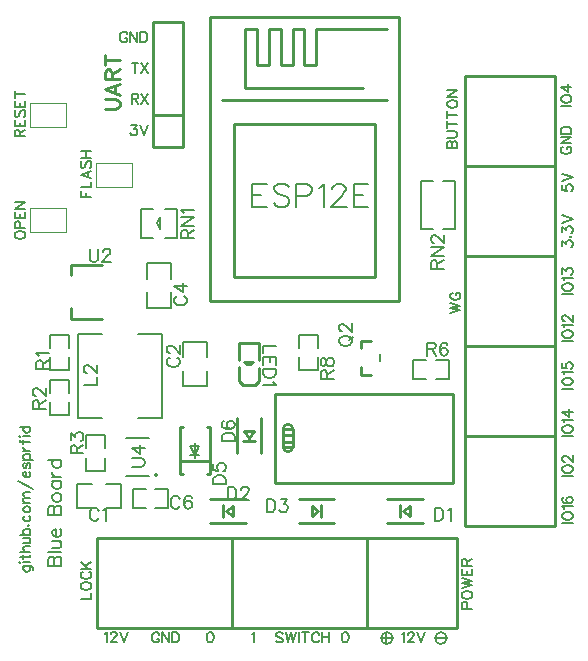
<source format=gto>
G04 Layer: TopSilkLayer*
G04 EasyEDA v6.3.22, 2020-01-08T21:12:26+01:00*
G04 b28a7935c23a4a24a3ae34985d5a7298,2d2f38d6ccaf4c36845c7e91a662877a,10*
G04 Gerber Generator version 0.2*
G04 Scale: 100 percent, Rotated: No, Reflected: No *
G04 Dimensions in millimeters *
G04 leading zeros omitted , absolute positions ,3 integer and 3 decimal *
%FSLAX33Y33*%
%MOMM*%
G90*
G71D02*

%ADD10C,0.254000*%
%ADD40C,0.100000*%
%ADD41C,0.200000*%
%ADD42C,0.150114*%
%ADD43C,0.152400*%
%ADD44C,0.127000*%
%ADD45C,0.149987*%
%ADD46C,0.199898*%
%ADD47C,0.203200*%
%ADD48C,0.177800*%
%ADD49C,0.229997*%

%LPD*%
G54D40*
G01X10668Y41402D02*
G01X10668Y39370D01*
G01X7620Y39370D01*
G01X7620Y41402D01*
G01X10668Y41402D01*
G54D10*
G01X17272Y29720D02*
G01X33271Y29720D01*
G01X33271Y29720D02*
G01X33271Y53721D01*
G01X33271Y53721D02*
G01X17272Y53721D01*
G01X17272Y29720D01*
G01X18272Y46720D02*
G01X32270Y46720D01*
G01X30271Y47718D02*
G01X20271Y47718D01*
G01X20271Y52720D01*
G01X21272Y52720D01*
G01X21272Y49720D01*
G01X22270Y49720D01*
G01X22270Y52720D01*
G01X23271Y52720D01*
G01X23271Y49720D01*
G01X24272Y49720D01*
G01X24272Y52720D01*
G01X25273Y52720D01*
G01X25273Y49720D01*
G01X26271Y49720D01*
G01X26271Y52720D01*
G01X32270Y52720D01*
G01X19271Y44719D02*
G01X19271Y31719D01*
G01X31272Y31719D01*
G01X31272Y44719D01*
G01X19271Y44719D01*
G01X22826Y21784D02*
G01X37825Y21784D01*
G01X22805Y21784D02*
G01X22805Y14283D01*
G01X22805Y14283D02*
G01X37805Y14283D01*
G01X37836Y21784D02*
G01X37836Y14283D01*
G01X23466Y18844D02*
G01X23466Y17374D01*
G01X24306Y18844D02*
G01X24306Y17374D01*
G01X23496Y18844D02*
G01X24246Y18844D01*
G01X23496Y18363D02*
G01X24276Y18363D01*
G01X23466Y17763D02*
G01X24246Y17763D01*
G01X24276Y17793D01*
G01X23496Y17313D02*
G01X23496Y17343D01*
G01X24276Y17343D01*
G54D40*
G01X5080Y46482D02*
G01X5080Y44450D01*
G01X2032Y44450D01*
G01X2032Y46482D01*
G01X5080Y46482D01*
G54D10*
G01X12446Y42706D02*
G01X12446Y53305D01*
G01X12446Y53305D02*
G01X14986Y53305D01*
G01X14986Y53305D02*
G01X14986Y42706D01*
G01X14986Y42706D02*
G01X12446Y42705D01*
G01X12446Y45466D02*
G01X14986Y45466D01*
G54D40*
G01X2032Y35560D02*
G01X2032Y37592D01*
G01X5080Y37592D01*
G01X5080Y35560D01*
G01X2032Y35560D01*
G54D10*
G01X30084Y25692D02*
G01X30084Y26351D01*
G01X30084Y25692D01*
G01X30084Y26351D01*
G01X30899Y26351D01*
G01X30899Y23432D02*
G01X30084Y23432D01*
G01X30084Y24091D01*
G54D41*
G01X31633Y24592D02*
G01X31633Y25191D01*
G54D10*
G01X33604Y11938D02*
G01X34188Y12344D01*
G01X34188Y12344D02*
G01X34188Y11531D01*
G01X34188Y11531D02*
G01X33604Y11938D01*
G01X32282Y12937D02*
G01X35282Y12937D01*
G01X35282Y10938D02*
G01X32282Y10938D01*
G01X33375Y12446D02*
G01X33375Y11430D01*
G01X18618Y11938D02*
G01X19202Y12344D01*
G01X19202Y12344D02*
G01X19202Y11531D01*
G01X19202Y11531D02*
G01X18618Y11938D01*
G01X17296Y12937D02*
G01X20296Y12937D01*
G01X20296Y10938D02*
G01X17296Y10938D01*
G01X18389Y12446D02*
G01X18389Y11430D01*
G01X26466Y11938D02*
G01X25882Y11531D01*
G01X25882Y11531D02*
G01X25882Y12344D01*
G01X25882Y12344D02*
G01X26466Y11938D01*
G01X27789Y10938D02*
G01X24789Y10938D01*
G01X24789Y12937D02*
G01X27789Y12937D01*
G01X26695Y11430D02*
G01X26695Y12446D01*
G01X20574Y18110D02*
G01X20167Y18694D01*
G01X20167Y18694D02*
G01X20980Y18694D01*
G01X20980Y18694D02*
G01X20574Y18110D01*
G01X19574Y16788D02*
G01X19574Y19787D01*
G01X21574Y19787D02*
G01X21574Y16788D01*
G01X20066Y17881D02*
G01X21082Y17881D01*
G01X19710Y26149D02*
G01X19710Y24676D01*
G01X21437Y26149D02*
G01X21437Y24676D01*
G01X21437Y26149D02*
G01X19710Y26149D01*
G01X19710Y24091D02*
G01X19710Y22923D01*
G01X21437Y24066D02*
G01X21437Y22923D01*
G01X21437Y22923D02*
G01X21082Y22567D01*
G01X20066Y22567D01*
G01X19710Y22923D01*
G54D42*
G01X20955Y24523D02*
G01X20167Y24523D01*
G01X20421Y24269D01*
G01X20777Y24269D01*
G01X21031Y24523D01*
G01X20802Y24523D01*
G01X20345Y24396D02*
G01X20853Y24396D01*
G54D10*
G01X38862Y41148D02*
G01X46482Y41148D01*
G01X46482Y48768D01*
G01X38862Y48768D01*
G01X38862Y41148D01*
G01X30607Y9652D02*
G01X19177Y9652D01*
G01X19177Y2032D01*
G01X30607Y2032D01*
G01X30607Y9652D01*
G01X7747Y2032D02*
G01X19177Y2032D01*
G01X19177Y9652D01*
G01X7747Y9652D01*
G01X7747Y2032D01*
G01X30600Y9652D02*
G01X30600Y2032D01*
G01X38220Y2032D01*
G01X38220Y9652D01*
G01X30600Y9652D01*
G01X46482Y18288D02*
G01X38862Y18288D01*
G01X38862Y10668D01*
G01X46482Y10668D01*
G01X46482Y18288D01*
G01X46482Y41148D02*
G01X38862Y41148D01*
G01X38862Y33528D01*
G01X46482Y33528D01*
G01X46482Y41148D01*
G54D41*
G01X35606Y23075D02*
G01X34506Y23075D01*
G01X34506Y24676D01*
G01X35606Y24676D01*
G01X36406Y23075D02*
G01X37506Y23075D01*
G01X37506Y24075D01*
G01X37506Y24676D01*
G01X36406Y24676D01*
G54D10*
G01X46482Y33528D02*
G01X38862Y33528D01*
G01X38862Y25908D01*
G01X46482Y25908D01*
G01X46482Y33528D01*
G01X46482Y25908D02*
G01X38862Y25908D01*
G01X38862Y18288D01*
G01X46482Y18288D01*
G01X46482Y25908D01*
G54D41*
G01X13446Y35055D02*
G01X14472Y35055D01*
G01X14472Y37505D01*
G01X13446Y37505D01*
G01X12446Y37505D02*
G01X11419Y37505D01*
G01X11419Y35055D01*
G01X12446Y35055D01*
G54D43*
G01X12801Y36288D02*
G01X13055Y35780D01*
G01X13055Y36822D01*
G01X12801Y36314D01*
G54D41*
G01X37025Y39870D02*
G01X38045Y39870D01*
G01X38045Y35821D01*
G01X37025Y35821D01*
G01X36125Y39870D02*
G01X35105Y39870D01*
G01X35105Y35821D01*
G01X36125Y35821D01*
G01X10163Y14874D02*
G01X11154Y14874D01*
G01X10163Y18074D02*
G01X11154Y18074D01*
G01X11154Y18074D02*
G01X12145Y18074D01*
G01X11154Y14874D02*
G01X12145Y14874D01*
G01X11854Y12153D02*
G01X10754Y12153D01*
G01X10754Y13754D01*
G01X11854Y13754D01*
G01X12654Y12153D02*
G01X13754Y12153D01*
G01X13754Y13153D01*
G01X13754Y13754D01*
G01X12654Y13754D01*
G01X6819Y17226D02*
G01X6819Y18326D01*
G01X8420Y18326D01*
G01X8420Y17226D01*
G01X6819Y16426D02*
G01X6819Y15326D01*
G01X7819Y15326D01*
G01X8420Y15326D01*
G01X8420Y16426D01*
G54D44*
G01X16002Y17645D02*
G01X16002Y16375D01*
G01X16002Y17391D02*
G01X15621Y17391D01*
G01X15621Y17391D02*
G01X16002Y16629D01*
G01X16002Y16629D02*
G01X15621Y16629D01*
G01X16002Y17391D02*
G01X16383Y17391D01*
G01X16383Y17391D02*
G01X16002Y16629D01*
G01X16002Y16629D02*
G01X16383Y16629D01*
G54D10*
G01X14752Y19009D02*
G01X15002Y19009D01*
G01X17002Y19009D02*
G01X17251Y19009D01*
G01X14752Y15011D02*
G01X14752Y19009D01*
G01X14752Y15011D02*
G01X15002Y15011D01*
G01X17002Y15011D02*
G01X17251Y15011D01*
G01X17251Y19009D02*
G01X17251Y15011D01*
G01X17246Y16154D02*
G01X14757Y16154D01*
G54D45*
G01X11153Y19817D02*
G01X13202Y19817D01*
G01X13202Y26918D01*
G01X11153Y26918D01*
G01X8153Y19817D02*
G01X6101Y19817D01*
G01X6101Y26918D01*
G01X8153Y26918D01*
G54D41*
G01X3771Y25737D02*
G01X3771Y26837D01*
G01X5372Y26837D01*
G01X5372Y25737D01*
G01X3771Y24937D02*
G01X3771Y23837D01*
G01X4771Y23837D01*
G01X5372Y23837D01*
G01X5372Y24937D01*
G01X3771Y21927D02*
G01X3771Y23027D01*
G01X5372Y23027D01*
G01X5372Y21927D01*
G01X3771Y21127D02*
G01X3771Y20027D01*
G01X4771Y20027D01*
G01X5372Y20027D01*
G01X5372Y21127D01*
G54D46*
G01X7319Y14242D02*
G01X5999Y14242D01*
G01X5999Y12172D01*
G01X7319Y12172D01*
G01X8451Y14242D02*
G01X9771Y14242D01*
G01X9771Y12172D01*
G01X8451Y12172D01*
G01X17036Y24938D02*
G01X17036Y26258D01*
G01X14966Y26258D01*
G01X14966Y24938D01*
G01X17036Y23806D02*
G01X17036Y22486D01*
G01X14966Y22486D01*
G01X14966Y23806D01*
G01X11919Y30433D02*
G01X11919Y29113D01*
G01X13989Y29113D01*
G01X13989Y30433D01*
G01X11919Y31565D02*
G01X11919Y32885D01*
G01X13989Y32885D01*
G01X13989Y31565D01*
G54D41*
G01X24853Y25738D02*
G01X24853Y26838D01*
G01X26454Y26838D01*
G01X26454Y25738D01*
G01X24853Y24938D02*
G01X24853Y23838D01*
G01X25853Y23838D01*
G01X26454Y23838D01*
G01X26454Y24938D01*
G54D10*
G01X8115Y28179D02*
G01X5515Y28179D01*
G01X5515Y29079D01*
G01X5515Y31879D02*
G01X5515Y32779D01*
G01X8115Y32779D01*
G54D47*
G01X10922Y49860D02*
G01X10922Y49001D01*
G01X10635Y49860D02*
G01X11209Y49860D01*
G01X11478Y49860D02*
G01X12052Y49001D01*
G01X12052Y49860D02*
G01X11478Y49001D01*
G01X10635Y47236D02*
G01X10635Y46375D01*
G01X10635Y47236D02*
G01X11003Y47236D01*
G01X11125Y47193D01*
G01X11165Y47152D01*
G01X11206Y47071D01*
G01X11206Y46990D01*
G01X11165Y46908D01*
G01X11125Y46868D01*
G01X11003Y46827D01*
G01X10635Y46827D01*
G01X10919Y46827D02*
G01X11206Y46375D01*
G01X11475Y47236D02*
G01X12049Y46375D01*
G01X12049Y47236D02*
G01X11475Y46375D01*
G01X10624Y44610D02*
G01X11074Y44610D01*
G01X10830Y44282D01*
G01X10952Y44282D01*
G01X11033Y44241D01*
G01X11074Y44201D01*
G01X11115Y44079D01*
G01X11115Y43997D01*
G01X11074Y43873D01*
G01X10993Y43792D01*
G01X10871Y43751D01*
G01X10749Y43751D01*
G01X10624Y43792D01*
G01X10584Y43832D01*
G01X10543Y43914D01*
G01X11386Y44610D02*
G01X11714Y43751D01*
G01X12039Y44610D02*
G01X11714Y43751D01*
G01X10266Y52280D02*
G01X10223Y52362D01*
G01X10142Y52443D01*
G01X10060Y52484D01*
G01X9898Y52484D01*
G01X9814Y52443D01*
G01X9733Y52362D01*
G01X9692Y52280D01*
G01X9652Y52156D01*
G01X9652Y51953D01*
G01X9692Y51831D01*
G01X9733Y51747D01*
G01X9814Y51666D01*
G01X9898Y51625D01*
G01X10060Y51625D01*
G01X10142Y51666D01*
G01X10223Y51747D01*
G01X10266Y51831D01*
G01X10266Y51953D01*
G01X10060Y51953D02*
G01X10266Y51953D01*
G01X10535Y52484D02*
G01X10535Y51625D01*
G01X10535Y52484D02*
G01X11107Y51625D01*
G01X11107Y52484D02*
G01X11107Y51625D01*
G01X11379Y52484D02*
G01X11379Y51625D01*
G01X11379Y52484D02*
G01X11663Y52484D01*
G01X11788Y52443D01*
G01X11869Y52362D01*
G01X11910Y52280D01*
G01X11950Y52156D01*
G01X11950Y51953D01*
G01X11910Y51831D01*
G01X11869Y51747D01*
G01X11788Y51666D01*
G01X11663Y51625D01*
G01X11379Y51625D01*
G54D48*
G01X47122Y30269D02*
G01X47980Y30269D01*
G01X47122Y30784D02*
G01X47162Y30703D01*
G01X47244Y30622D01*
G01X47325Y30579D01*
G01X47449Y30538D01*
G01X47652Y30538D01*
G01X47774Y30579D01*
G01X47858Y30622D01*
G01X47940Y30703D01*
G01X47980Y30784D01*
G01X47980Y30947D01*
G01X47940Y31031D01*
G01X47858Y31112D01*
G01X47774Y31153D01*
G01X47652Y31193D01*
G01X47449Y31193D01*
G01X47325Y31153D01*
G01X47244Y31112D01*
G01X47162Y31031D01*
G01X47122Y30947D01*
G01X47122Y30784D01*
G01X47284Y31462D02*
G01X47244Y31546D01*
G01X47122Y31668D01*
G01X47980Y31668D01*
G01X47122Y32019D02*
G01X47122Y32468D01*
G01X47449Y32224D01*
G01X47449Y32346D01*
G01X47490Y32428D01*
G01X47531Y32468D01*
G01X47652Y32512D01*
G01X47734Y32512D01*
G01X47858Y32468D01*
G01X47940Y32387D01*
G01X47980Y32265D01*
G01X47980Y32143D01*
G01X47940Y32019D01*
G01X47899Y31978D01*
G01X47818Y31937D01*
G01X47122Y26278D02*
G01X47980Y26278D01*
G01X47122Y26794D02*
G01X47162Y26713D01*
G01X47244Y26631D01*
G01X47325Y26588D01*
G01X47449Y26548D01*
G01X47652Y26548D01*
G01X47774Y26588D01*
G01X47858Y26631D01*
G01X47940Y26713D01*
G01X47980Y26794D01*
G01X47980Y26957D01*
G01X47940Y27040D01*
G01X47858Y27122D01*
G01X47774Y27162D01*
G01X47652Y27203D01*
G01X47449Y27203D01*
G01X47325Y27162D01*
G01X47244Y27122D01*
G01X47162Y27040D01*
G01X47122Y26957D01*
G01X47122Y26794D01*
G01X47284Y27472D02*
G01X47244Y27556D01*
G01X47122Y27678D01*
G01X47980Y27678D01*
G01X47325Y27988D02*
G01X47284Y27988D01*
G01X47203Y28028D01*
G01X47162Y28069D01*
G01X47122Y28153D01*
G01X47122Y28315D01*
G01X47162Y28397D01*
G01X47203Y28437D01*
G01X47284Y28478D01*
G01X47365Y28478D01*
G01X47449Y28437D01*
G01X47571Y28356D01*
G01X47980Y27947D01*
G01X47980Y28521D01*
G01X47122Y39481D02*
G01X47122Y39072D01*
G01X47490Y39032D01*
G01X47449Y39072D01*
G01X47406Y39197D01*
G01X47406Y39319D01*
G01X47449Y39441D01*
G01X47531Y39522D01*
G01X47652Y39563D01*
G01X47734Y39563D01*
G01X47858Y39522D01*
G01X47940Y39441D01*
G01X47980Y39319D01*
G01X47980Y39197D01*
G01X47940Y39072D01*
G01X47899Y39032D01*
G01X47818Y38991D01*
G01X47122Y39834D02*
G01X47980Y40162D01*
G01X47122Y40487D02*
G01X47980Y40162D01*
G01X32217Y1610D02*
G01X32217Y675D01*
G01X31750Y1142D02*
G01X32684Y1142D01*
G01X36322Y1142D02*
G01X37256Y1142D01*
G54D47*
G01X47122Y34340D02*
G01X47122Y34790D01*
G01X47449Y34546D01*
G01X47449Y34668D01*
G01X47490Y34749D01*
G01X47531Y34790D01*
G01X47653Y34831D01*
G01X47734Y34831D01*
G01X47858Y34790D01*
G01X47940Y34709D01*
G01X47980Y34587D01*
G01X47980Y34465D01*
G01X47940Y34340D01*
G01X47899Y34300D01*
G01X47818Y34259D01*
G01X47774Y35143D02*
G01X47818Y35102D01*
G01X47858Y35143D01*
G01X47818Y35184D01*
G01X47774Y35143D01*
G01X47122Y35537D02*
G01X47122Y35986D01*
G01X47449Y35740D01*
G01X47449Y35862D01*
G01X47490Y35946D01*
G01X47531Y35986D01*
G01X47653Y36027D01*
G01X47734Y36027D01*
G01X47858Y35986D01*
G01X47940Y35902D01*
G01X47980Y35780D01*
G01X47980Y35659D01*
G01X47940Y35537D01*
G01X47899Y35493D01*
G01X47818Y35453D01*
G01X47122Y36296D02*
G01X47980Y36624D01*
G01X47122Y36951D02*
G01X47980Y36624D01*
G54D48*
G01X47122Y18247D02*
G01X47980Y18247D01*
G01X47122Y18762D02*
G01X47162Y18681D01*
G01X47244Y18600D01*
G01X47325Y18557D01*
G01X47449Y18516D01*
G01X47652Y18516D01*
G01X47774Y18557D01*
G01X47858Y18600D01*
G01X47940Y18681D01*
G01X47980Y18762D01*
G01X47980Y18925D01*
G01X47940Y19009D01*
G01X47858Y19090D01*
G01X47774Y19131D01*
G01X47652Y19171D01*
G01X47449Y19171D01*
G01X47325Y19131D01*
G01X47244Y19090D01*
G01X47162Y19009D01*
G01X47122Y18925D01*
G01X47122Y18762D01*
G01X47284Y19441D02*
G01X47244Y19524D01*
G01X47122Y19646D01*
G01X47980Y19646D01*
G01X47122Y20325D02*
G01X47693Y19916D01*
G01X47693Y20530D01*
G01X47122Y20325D02*
G01X47980Y20325D01*
G01X47122Y22288D02*
G01X47980Y22288D01*
G01X47122Y22804D02*
G01X47162Y22722D01*
G01X47244Y22641D01*
G01X47325Y22598D01*
G01X47449Y22557D01*
G01X47652Y22557D01*
G01X47774Y22598D01*
G01X47858Y22641D01*
G01X47940Y22722D01*
G01X47980Y22804D01*
G01X47980Y22966D01*
G01X47940Y23050D01*
G01X47858Y23131D01*
G01X47774Y23172D01*
G01X47652Y23213D01*
G01X47449Y23213D01*
G01X47325Y23172D01*
G01X47244Y23131D01*
G01X47162Y23050D01*
G01X47122Y22966D01*
G01X47122Y22804D01*
G01X47284Y23482D02*
G01X47244Y23566D01*
G01X47122Y23688D01*
G01X47980Y23688D01*
G01X47122Y24447D02*
G01X47122Y24038D01*
G01X47490Y23997D01*
G01X47449Y24038D01*
G01X47406Y24163D01*
G01X47406Y24284D01*
G01X47449Y24406D01*
G01X47531Y24488D01*
G01X47652Y24531D01*
G01X47734Y24531D01*
G01X47858Y24488D01*
G01X47940Y24406D01*
G01X47980Y24284D01*
G01X47980Y24163D01*
G01X47940Y24038D01*
G01X47899Y23997D01*
G01X47818Y23957D01*
G01X47122Y10921D02*
G01X47980Y10921D01*
G01X47122Y11437D02*
G01X47162Y11356D01*
G01X47244Y11274D01*
G01X47325Y11234D01*
G01X47449Y11190D01*
G01X47652Y11190D01*
G01X47774Y11234D01*
G01X47858Y11274D01*
G01X47940Y11356D01*
G01X47980Y11437D01*
G01X47980Y11599D01*
G01X47940Y11683D01*
G01X47858Y11765D01*
G01X47774Y11805D01*
G01X47652Y11846D01*
G01X47449Y11846D01*
G01X47325Y11805D01*
G01X47244Y11765D01*
G01X47162Y11683D01*
G01X47122Y11599D01*
G01X47122Y11437D01*
G01X47284Y12115D02*
G01X47244Y12199D01*
G01X47122Y12321D01*
G01X47980Y12321D01*
G01X47244Y13080D02*
G01X47162Y13040D01*
G01X47122Y12918D01*
G01X47122Y12836D01*
G01X47162Y12714D01*
G01X47284Y12631D01*
G01X47490Y12590D01*
G01X47693Y12590D01*
G01X47858Y12631D01*
G01X47940Y12714D01*
G01X47980Y12836D01*
G01X47980Y12877D01*
G01X47940Y12999D01*
G01X47858Y13080D01*
G01X47734Y13123D01*
G01X47693Y13123D01*
G01X47571Y13080D01*
G01X47490Y12999D01*
G01X47449Y12877D01*
G01X47449Y12836D01*
G01X47490Y12714D01*
G01X47571Y12631D01*
G01X47693Y12590D01*
G01X47122Y14859D02*
G01X47980Y14859D01*
G01X47122Y15374D02*
G01X47162Y15293D01*
G01X47244Y15212D01*
G01X47325Y15168D01*
G01X47449Y15128D01*
G01X47652Y15128D01*
G01X47774Y15168D01*
G01X47858Y15212D01*
G01X47940Y15293D01*
G01X47980Y15374D01*
G01X47980Y15537D01*
G01X47940Y15621D01*
G01X47858Y15702D01*
G01X47774Y15742D01*
G01X47652Y15783D01*
G01X47449Y15783D01*
G01X47325Y15742D01*
G01X47244Y15702D01*
G01X47162Y15621D01*
G01X47122Y15537D01*
G01X47122Y15374D01*
G01X47325Y16093D02*
G01X47284Y16093D01*
G01X47203Y16136D01*
G01X47162Y16177D01*
G01X47122Y16258D01*
G01X47122Y16421D01*
G01X47162Y16502D01*
G01X47203Y16545D01*
G01X47284Y16586D01*
G01X47365Y16586D01*
G01X47449Y16545D01*
G01X47571Y16461D01*
G01X47980Y16052D01*
G01X47980Y16626D01*
G54D43*
G01X8382Y1521D02*
G01X8463Y1562D01*
G01X8587Y1684D01*
G01X8587Y825D01*
G01X8897Y1480D02*
G01X8897Y1521D01*
G01X8938Y1602D01*
G01X8978Y1643D01*
G01X9060Y1684D01*
G01X9225Y1684D01*
G01X9306Y1643D01*
G01X9347Y1602D01*
G01X9387Y1521D01*
G01X9387Y1440D01*
G01X9347Y1356D01*
G01X9265Y1234D01*
G01X8857Y825D01*
G01X9428Y825D01*
G01X9700Y1684D02*
G01X10025Y825D01*
G01X10353Y1684D02*
G01X10025Y825D01*
G01X17264Y1651D02*
G01X17139Y1610D01*
G01X17058Y1488D01*
G01X17018Y1282D01*
G01X17018Y1160D01*
G01X17058Y955D01*
G01X17139Y833D01*
G01X17264Y792D01*
G01X17345Y792D01*
G01X17467Y833D01*
G01X17548Y955D01*
G01X17589Y1160D01*
G01X17589Y1282D01*
G01X17548Y1488D01*
G01X17467Y1610D01*
G01X17345Y1651D01*
G01X17264Y1651D01*
G01X12979Y1447D02*
G01X12936Y1529D01*
G01X12854Y1610D01*
G01X12773Y1651D01*
G01X12611Y1651D01*
G01X12527Y1610D01*
G01X12446Y1529D01*
G01X12405Y1447D01*
G01X12364Y1323D01*
G01X12364Y1120D01*
G01X12405Y998D01*
G01X12446Y914D01*
G01X12527Y833D01*
G01X12611Y792D01*
G01X12773Y792D01*
G01X12854Y833D01*
G01X12936Y914D01*
G01X12979Y998D01*
G01X12979Y1120D01*
G01X12773Y1120D02*
G01X12979Y1120D01*
G01X13248Y1651D02*
G01X13248Y792D01*
G01X13248Y1651D02*
G01X13820Y792D01*
G01X13820Y1651D02*
G01X13820Y792D01*
G01X14091Y1651D02*
G01X14091Y792D01*
G01X14091Y1651D02*
G01X14376Y1651D01*
G01X14500Y1610D01*
G01X14582Y1529D01*
G01X14622Y1447D01*
G01X14663Y1323D01*
G01X14663Y1120D01*
G01X14622Y998D01*
G01X14582Y914D01*
G01X14500Y833D01*
G01X14376Y792D01*
G01X14091Y792D01*
G01X20828Y1488D02*
G01X20909Y1529D01*
G01X21033Y1651D01*
G01X21033Y792D01*
G01X28694Y1651D02*
G01X28569Y1610D01*
G01X28488Y1488D01*
G01X28448Y1282D01*
G01X28448Y1160D01*
G01X28488Y955D01*
G01X28569Y833D01*
G01X28694Y792D01*
G01X28775Y792D01*
G01X28897Y833D01*
G01X28978Y955D01*
G01X29019Y1160D01*
G01X29019Y1282D01*
G01X28978Y1488D01*
G01X28897Y1610D01*
G01X28775Y1651D01*
G01X28694Y1651D01*
G01X47193Y42765D02*
G01X47111Y42722D01*
G01X47030Y42641D01*
G01X46990Y42560D01*
G01X46990Y42397D01*
G01X47030Y42313D01*
G01X47111Y42232D01*
G01X47193Y42191D01*
G01X47317Y42151D01*
G01X47520Y42151D01*
G01X47642Y42191D01*
G01X47726Y42232D01*
G01X47807Y42313D01*
G01X47848Y42397D01*
G01X47848Y42560D01*
G01X47807Y42641D01*
G01X47726Y42722D01*
G01X47642Y42765D01*
G01X47520Y42765D01*
G01X47520Y42560D02*
G01X47520Y42765D01*
G01X46990Y43035D02*
G01X47848Y43035D01*
G01X46990Y43035D02*
G01X47848Y43606D01*
G01X46990Y43606D02*
G01X47848Y43606D01*
G01X46990Y43878D02*
G01X47848Y43878D01*
G01X46990Y43878D02*
G01X46990Y44162D01*
G01X47030Y44287D01*
G01X47111Y44368D01*
G01X47193Y44409D01*
G01X47317Y44450D01*
G01X47520Y44450D01*
G01X47642Y44409D01*
G01X47726Y44368D01*
G01X47807Y44287D01*
G01X47848Y44162D01*
G01X47848Y43878D01*
G01X47007Y46228D02*
G01X47866Y46228D01*
G01X47007Y46743D02*
G01X47048Y46662D01*
G01X47129Y46578D01*
G01X47211Y46537D01*
G01X47335Y46497D01*
G01X47538Y46497D01*
G01X47660Y46537D01*
G01X47744Y46578D01*
G01X47825Y46662D01*
G01X47866Y46743D01*
G01X47866Y46906D01*
G01X47825Y46990D01*
G01X47744Y47071D01*
G01X47660Y47111D01*
G01X47538Y47152D01*
G01X47335Y47152D01*
G01X47211Y47111D01*
G01X47129Y47071D01*
G01X47048Y46990D01*
G01X47007Y46906D01*
G01X47007Y46743D01*
G01X47007Y47830D02*
G01X47579Y47421D01*
G01X47579Y48036D01*
G01X47007Y47830D02*
G01X47866Y47830D01*
G01X1465Y7259D02*
G01X2120Y7259D01*
G01X2242Y7218D01*
G01X2286Y7178D01*
G01X2326Y7096D01*
G01X2326Y6974D01*
G01X2286Y6890D01*
G01X1590Y7259D02*
G01X1508Y7178D01*
G01X1465Y7096D01*
G01X1465Y6974D01*
G01X1508Y6890D01*
G01X1590Y6809D01*
G01X1712Y6769D01*
G01X1793Y6769D01*
G01X1917Y6809D01*
G01X1999Y6890D01*
G01X2039Y6974D01*
G01X2039Y7096D01*
G01X1999Y7178D01*
G01X1917Y7259D01*
G01X1181Y7531D02*
G01X1221Y7571D01*
G01X1181Y7612D01*
G01X1140Y7571D01*
G01X1181Y7531D01*
G01X1465Y7571D02*
G01X2039Y7571D01*
G01X1181Y8003D02*
G01X1877Y8003D01*
G01X1999Y8046D01*
G01X2039Y8127D01*
G01X2039Y8209D01*
G01X1465Y7881D02*
G01X1465Y8168D01*
G01X1181Y8478D02*
G01X2039Y8478D01*
G01X1630Y8478D02*
G01X1508Y8602D01*
G01X1465Y8684D01*
G01X1465Y8806D01*
G01X1508Y8887D01*
G01X1630Y8928D01*
G01X2039Y8928D01*
G01X1465Y9199D02*
G01X1877Y9199D01*
G01X1999Y9240D01*
G01X2039Y9321D01*
G01X2039Y9443D01*
G01X1999Y9527D01*
G01X1877Y9649D01*
G01X1465Y9649D02*
G01X2039Y9649D01*
G01X1181Y9918D02*
G01X2039Y9918D01*
G01X1590Y9918D02*
G01X1508Y9999D01*
G01X1465Y10083D01*
G01X1465Y10205D01*
G01X1508Y10286D01*
G01X1590Y10368D01*
G01X1712Y10408D01*
G01X1793Y10408D01*
G01X1917Y10368D01*
G01X1999Y10286D01*
G01X2039Y10205D01*
G01X2039Y10083D01*
G01X1999Y9999D01*
G01X1917Y9918D01*
G01X1833Y10721D02*
G01X1877Y10680D01*
G01X1917Y10721D01*
G01X1877Y10761D01*
G01X1833Y10721D01*
G01X1590Y11523D02*
G01X1508Y11440D01*
G01X1465Y11358D01*
G01X1465Y11236D01*
G01X1508Y11155D01*
G01X1590Y11071D01*
G01X1712Y11031D01*
G01X1793Y11031D01*
G01X1917Y11071D01*
G01X1999Y11155D01*
G01X2039Y11236D01*
G01X2039Y11358D01*
G01X1999Y11440D01*
G01X1917Y11523D01*
G01X1465Y11996D02*
G01X1508Y11915D01*
G01X1590Y11833D01*
G01X1712Y11793D01*
G01X1793Y11793D01*
G01X1917Y11833D01*
G01X1999Y11915D01*
G01X2039Y11996D01*
G01X2039Y12120D01*
G01X1999Y12202D01*
G01X1917Y12283D01*
G01X1793Y12324D01*
G01X1712Y12324D01*
G01X1590Y12283D01*
G01X1508Y12202D01*
G01X1465Y12120D01*
G01X1465Y11996D01*
G01X1465Y12593D02*
G01X2039Y12593D01*
G01X1630Y12593D02*
G01X1508Y12717D01*
G01X1465Y12799D01*
G01X1465Y12920D01*
G01X1508Y13004D01*
G01X1630Y13045D01*
G01X2039Y13045D01*
G01X1630Y13045D02*
G01X1508Y13167D01*
G01X1465Y13248D01*
G01X1465Y13370D01*
G01X1508Y13454D01*
G01X1630Y13494D01*
G01X2039Y13494D01*
G01X1016Y14500D02*
G01X2326Y13764D01*
G01X1712Y14770D02*
G01X1712Y15262D01*
G01X1630Y15262D01*
G01X1549Y15219D01*
G01X1508Y15179D01*
G01X1465Y15097D01*
G01X1465Y14975D01*
G01X1508Y14894D01*
G01X1590Y14810D01*
G01X1712Y14770D01*
G01X1793Y14770D01*
G01X1917Y14810D01*
G01X1999Y14894D01*
G01X2039Y14975D01*
G01X2039Y15097D01*
G01X1999Y15179D01*
G01X1917Y15262D01*
G01X1590Y15981D02*
G01X1508Y15941D01*
G01X1465Y15819D01*
G01X1465Y15694D01*
G01X1508Y15572D01*
G01X1590Y15532D01*
G01X1671Y15572D01*
G01X1712Y15653D01*
G01X1752Y15859D01*
G01X1793Y15941D01*
G01X1877Y15981D01*
G01X1917Y15981D01*
G01X1999Y15941D01*
G01X2039Y15819D01*
G01X2039Y15694D01*
G01X1999Y15572D01*
G01X1917Y15532D01*
G01X1465Y16250D02*
G01X2326Y16250D01*
G01X1590Y16250D02*
G01X1508Y16334D01*
G01X1465Y16415D01*
G01X1465Y16537D01*
G01X1508Y16619D01*
G01X1590Y16703D01*
G01X1712Y16743D01*
G01X1793Y16743D01*
G01X1917Y16703D01*
G01X1999Y16619D01*
G01X2039Y16537D01*
G01X2039Y16415D01*
G01X1999Y16334D01*
G01X1917Y16250D01*
G01X1465Y17012D02*
G01X2039Y17012D01*
G01X1712Y17012D02*
G01X1590Y17053D01*
G01X1508Y17134D01*
G01X1465Y17216D01*
G01X1465Y17340D01*
G01X1181Y17937D02*
G01X1181Y17856D01*
G01X1221Y17772D01*
G01X1343Y17731D01*
G01X2039Y17731D01*
G01X1465Y17609D02*
G01X1465Y17896D01*
G01X1181Y18206D02*
G01X1221Y18247D01*
G01X1181Y18287D01*
G01X1140Y18247D01*
G01X1181Y18206D01*
G01X1465Y18247D02*
G01X2039Y18247D01*
G01X1181Y19049D02*
G01X2039Y19049D01*
G01X1590Y19049D02*
G01X1508Y18968D01*
G01X1465Y18887D01*
G01X1465Y18762D01*
G01X1508Y18681D01*
G01X1590Y18600D01*
G01X1712Y18559D01*
G01X1793Y18559D01*
G01X1917Y18600D01*
G01X1999Y18681D01*
G01X2039Y18762D01*
G01X2039Y18887D01*
G01X1999Y18968D01*
G01X1917Y19049D01*
G01X3556Y7299D02*
G01X4701Y7299D01*
G01X3556Y7299D02*
G01X3556Y7790D01*
G01X3611Y7955D01*
G01X3665Y8008D01*
G01X3774Y8064D01*
G01X3883Y8064D01*
G01X3992Y8008D01*
G01X4048Y7955D01*
G01X4102Y7790D01*
G01X4102Y7299D02*
G01X4102Y7790D01*
G01X4158Y7955D01*
G01X4211Y8008D01*
G01X4320Y8064D01*
G01X4483Y8064D01*
G01X4592Y8008D01*
G01X4648Y7955D01*
G01X4701Y7790D01*
G01X4701Y7299D01*
G01X3556Y8422D02*
G01X4701Y8422D01*
G01X3939Y8783D02*
G01X4483Y8783D01*
G01X4648Y8839D01*
G01X4701Y8948D01*
G01X4701Y9111D01*
G01X4648Y9220D01*
G01X4483Y9382D01*
G01X3939Y9382D02*
G01X4701Y9382D01*
G01X4264Y9743D02*
G01X4264Y10398D01*
G01X4158Y10398D01*
G01X4048Y10342D01*
G01X3992Y10289D01*
G01X3939Y10180D01*
G01X3939Y10015D01*
G01X3992Y9906D01*
G01X4102Y9799D01*
G01X4264Y9743D01*
G01X4373Y9743D01*
G01X4539Y9799D01*
G01X4648Y9906D01*
G01X4701Y10015D01*
G01X4701Y10180D01*
G01X4648Y10289D01*
G01X4539Y10398D01*
G01X3556Y11597D02*
G01X4701Y11597D01*
G01X3556Y11597D02*
G01X3556Y12087D01*
G01X3611Y12252D01*
G01X3665Y12306D01*
G01X3774Y12362D01*
G01X3883Y12362D01*
G01X3992Y12306D01*
G01X4048Y12252D01*
G01X4102Y12087D01*
G01X4102Y11597D02*
G01X4102Y12087D01*
G01X4158Y12252D01*
G01X4211Y12306D01*
G01X4320Y12362D01*
G01X4483Y12362D01*
G01X4592Y12306D01*
G01X4648Y12252D01*
G01X4701Y12087D01*
G01X4701Y11597D01*
G01X3939Y12994D02*
G01X3992Y12885D01*
G01X4102Y12776D01*
G01X4264Y12722D01*
G01X4373Y12722D01*
G01X4539Y12776D01*
G01X4648Y12885D01*
G01X4701Y12994D01*
G01X4701Y13157D01*
G01X4648Y13266D01*
G01X4539Y13375D01*
G01X4373Y13431D01*
G01X4264Y13431D01*
G01X4102Y13375D01*
G01X3992Y13266D01*
G01X3939Y13157D01*
G01X3939Y12994D01*
G01X3939Y14445D02*
G01X4701Y14445D01*
G01X4102Y14445D02*
G01X3992Y14335D01*
G01X3939Y14226D01*
G01X3939Y14064D01*
G01X3992Y13954D01*
G01X4102Y13845D01*
G01X4264Y13789D01*
G01X4373Y13789D01*
G01X4539Y13845D01*
G01X4648Y13954D01*
G01X4701Y14064D01*
G01X4701Y14226D01*
G01X4648Y14335D01*
G01X4539Y14445D01*
G01X3939Y14805D02*
G01X4701Y14805D01*
G01X4264Y14805D02*
G01X4102Y14859D01*
G01X3992Y14968D01*
G01X3939Y15077D01*
G01X3939Y15242D01*
G01X3556Y16256D02*
G01X4701Y16256D01*
G01X4102Y16256D02*
G01X3992Y16146D01*
G01X3939Y16037D01*
G01X3939Y15875D01*
G01X3992Y15765D01*
G01X4102Y15656D01*
G01X4264Y15600D01*
G01X4373Y15600D01*
G01X4539Y15656D01*
G01X4648Y15765D01*
G01X4701Y15875D01*
G01X4701Y16037D01*
G01X4648Y16146D01*
G01X4539Y16256D01*
G01X38608Y3644D02*
G01X39466Y3644D01*
G01X38608Y3644D02*
G01X38608Y4013D01*
G01X38648Y4135D01*
G01X38689Y4175D01*
G01X38770Y4216D01*
G01X38892Y4216D01*
G01X38976Y4175D01*
G01X39017Y4135D01*
G01X39057Y4013D01*
G01X39057Y3644D01*
G01X38608Y4732D02*
G01X38648Y4650D01*
G01X38730Y4569D01*
G01X38811Y4528D01*
G01X38935Y4488D01*
G01X39138Y4488D01*
G01X39260Y4528D01*
G01X39344Y4569D01*
G01X39425Y4650D01*
G01X39466Y4732D01*
G01X39466Y4897D01*
G01X39425Y4978D01*
G01X39344Y5059D01*
G01X39260Y5100D01*
G01X39138Y5140D01*
G01X38935Y5140D01*
G01X38811Y5100D01*
G01X38730Y5059D01*
G01X38648Y4978D01*
G01X38608Y4897D01*
G01X38608Y4732D01*
G01X38608Y5412D02*
G01X39466Y5615D01*
G01X38608Y5821D02*
G01X39466Y5615D01*
G01X38608Y5821D02*
G01X39466Y6024D01*
G01X38608Y6230D02*
G01X39466Y6024D01*
G01X38608Y6499D02*
G01X39466Y6499D01*
G01X38608Y6499D02*
G01X38608Y7033D01*
G01X39017Y6499D02*
G01X39017Y6827D01*
G01X39466Y6499D02*
G01X39466Y7033D01*
G01X38608Y7302D02*
G01X39466Y7302D01*
G01X38608Y7302D02*
G01X38608Y7670D01*
G01X38648Y7792D01*
G01X38689Y7833D01*
G01X38770Y7874D01*
G01X38851Y7874D01*
G01X38935Y7833D01*
G01X38976Y7792D01*
G01X39017Y7670D01*
G01X39017Y7302D01*
G01X39017Y7589D02*
G01X39466Y7874D01*
G54D48*
G01X6350Y38513D02*
G01X7208Y38513D01*
G01X6350Y38513D02*
G01X6350Y39044D01*
G01X6758Y38513D02*
G01X6758Y38841D01*
G01X6350Y39316D02*
G01X7208Y39316D01*
G01X7208Y39316D02*
G01X7208Y39806D01*
G01X6350Y40403D02*
G01X7208Y40076D01*
G01X6350Y40403D02*
G01X7208Y40731D01*
G01X6921Y40200D02*
G01X6921Y40609D01*
G01X6471Y41574D02*
G01X6390Y41493D01*
G01X6350Y41368D01*
G01X6350Y41206D01*
G01X6390Y41081D01*
G01X6471Y41000D01*
G01X6553Y41000D01*
G01X6634Y41041D01*
G01X6677Y41081D01*
G01X6718Y41165D01*
G01X6799Y41409D01*
G01X6840Y41493D01*
G01X6880Y41534D01*
G01X6962Y41574D01*
G01X7086Y41574D01*
G01X7167Y41493D01*
G01X7208Y41368D01*
G01X7208Y41206D01*
G01X7167Y41081D01*
G01X7086Y41000D01*
G01X6350Y41843D02*
G01X7208Y41843D01*
G01X6350Y42417D02*
G01X7208Y42417D01*
G01X6758Y41843D02*
G01X6758Y42417D01*
G54D47*
G01X20871Y39626D02*
G01X20871Y37688D01*
G01X20871Y39626D02*
G01X22072Y39626D01*
G01X20871Y38704D02*
G01X21610Y38704D01*
G01X20871Y37688D02*
G01X22072Y37688D01*
G01X23975Y39349D02*
G01X23789Y39535D01*
G01X23512Y39626D01*
G01X23144Y39626D01*
G01X22865Y39535D01*
G01X22682Y39349D01*
G01X22682Y39166D01*
G01X22773Y38981D01*
G01X22865Y38887D01*
G01X23050Y38795D01*
G01X23604Y38610D01*
G01X23789Y38519D01*
G01X23881Y38427D01*
G01X23975Y38242D01*
G01X23975Y37965D01*
G01X23789Y37779D01*
G01X23512Y37688D01*
G01X23144Y37688D01*
G01X22865Y37779D01*
G01X22682Y37965D01*
G01X24584Y39626D02*
G01X24584Y37688D01*
G01X24584Y39626D02*
G01X25415Y39626D01*
G01X25692Y39535D01*
G01X25786Y39443D01*
G01X25877Y39258D01*
G01X25877Y38981D01*
G01X25786Y38795D01*
G01X25692Y38704D01*
G01X25415Y38610D01*
G01X24584Y38610D01*
G01X26487Y39258D02*
G01X26672Y39349D01*
G01X26949Y39626D01*
G01X26949Y37688D01*
G01X27650Y39166D02*
G01X27650Y39258D01*
G01X27741Y39443D01*
G01X27835Y39535D01*
G01X28021Y39626D01*
G01X28389Y39626D01*
G01X28575Y39535D01*
G01X28666Y39443D01*
G01X28757Y39258D01*
G01X28757Y39072D01*
G01X28666Y38887D01*
G01X28481Y38610D01*
G01X27559Y37688D01*
G01X28851Y37688D01*
G01X29461Y39626D02*
G01X29461Y37688D01*
G01X29461Y39626D02*
G01X30662Y39626D01*
G01X29461Y38704D02*
G01X30200Y38704D01*
G01X29461Y37688D02*
G01X30662Y37688D01*
G54D43*
G01X762Y43637D02*
G01X1620Y43637D01*
G01X762Y43637D02*
G01X762Y44005D01*
G01X802Y44127D01*
G01X843Y44168D01*
G01X924Y44208D01*
G01X1005Y44208D01*
G01X1089Y44168D01*
G01X1130Y44127D01*
G01X1170Y44005D01*
G01X1170Y43637D01*
G01X1170Y43924D02*
G01X1620Y44208D01*
G01X762Y44480D02*
G01X1620Y44480D01*
G01X762Y44480D02*
G01X762Y45011D01*
G01X1170Y44480D02*
G01X1170Y44808D01*
G01X1620Y44480D02*
G01X1620Y45011D01*
G01X883Y45854D02*
G01X802Y45773D01*
G01X762Y45648D01*
G01X762Y45486D01*
G01X802Y45364D01*
G01X883Y45280D01*
G01X965Y45280D01*
G01X1046Y45323D01*
G01X1089Y45364D01*
G01X1130Y45445D01*
G01X1211Y45692D01*
G01X1252Y45773D01*
G01X1292Y45813D01*
G01X1374Y45854D01*
G01X1498Y45854D01*
G01X1579Y45773D01*
G01X1620Y45648D01*
G01X1620Y45486D01*
G01X1579Y45364D01*
G01X1498Y45280D01*
G01X762Y46123D02*
G01X1620Y46123D01*
G01X762Y46123D02*
G01X762Y46657D01*
G01X1170Y46123D02*
G01X1170Y46451D01*
G01X1620Y46123D02*
G01X1620Y46657D01*
G01X762Y47213D02*
G01X1620Y47213D01*
G01X762Y46926D02*
G01X762Y47498D01*
G54D49*
G01X8382Y45948D02*
G01X9268Y45948D01*
G01X9446Y46007D01*
G01X9563Y46126D01*
G01X9621Y46304D01*
G01X9621Y46421D01*
G01X9563Y46598D01*
G01X9446Y46715D01*
G01X9268Y46776D01*
G01X8382Y46776D01*
G01X8382Y47637D02*
G01X9621Y47165D01*
G01X8382Y47637D02*
G01X9621Y48110D01*
G01X9210Y47343D02*
G01X9210Y47934D01*
G01X8382Y48501D02*
G01X9621Y48501D01*
G01X8382Y48501D02*
G01X8382Y49032D01*
G01X8440Y49209D01*
G01X8498Y49268D01*
G01X8618Y49329D01*
G01X8735Y49329D01*
G01X8854Y49268D01*
G01X8912Y49209D01*
G01X8971Y49032D01*
G01X8971Y48501D01*
G01X8971Y48915D02*
G01X9621Y49329D01*
G01X8382Y50132D02*
G01X9621Y50132D01*
G01X8382Y49717D02*
G01X8382Y50546D01*
G54D43*
G01X762Y35204D02*
G01X802Y35120D01*
G01X883Y35039D01*
G01X965Y34998D01*
G01X1089Y34957D01*
G01X1292Y34957D01*
G01X1414Y34998D01*
G01X1498Y35039D01*
G01X1579Y35120D01*
G01X1620Y35204D01*
G01X1620Y35366D01*
G01X1579Y35448D01*
G01X1498Y35529D01*
G01X1414Y35572D01*
G01X1292Y35613D01*
G01X1089Y35613D01*
G01X965Y35572D01*
G01X883Y35529D01*
G01X802Y35448D01*
G01X762Y35366D01*
G01X762Y35204D01*
G01X762Y35882D02*
G01X1620Y35882D01*
G01X762Y35882D02*
G01X762Y36250D01*
G01X802Y36372D01*
G01X843Y36413D01*
G01X924Y36454D01*
G01X1046Y36454D01*
G01X1130Y36413D01*
G01X1170Y36372D01*
G01X1211Y36250D01*
G01X1211Y35882D01*
G01X762Y36725D02*
G01X1620Y36725D01*
G01X762Y36725D02*
G01X762Y37256D01*
G01X1170Y36725D02*
G01X1170Y37053D01*
G01X1620Y36725D02*
G01X1620Y37256D01*
G01X762Y37525D02*
G01X1620Y37525D01*
G01X762Y37525D02*
G01X1620Y38099D01*
G01X762Y38099D02*
G01X1620Y38099D01*
G01X28194Y26220D02*
G01X28247Y26116D01*
G01X28351Y26011D01*
G01X28455Y25958D01*
G01X28610Y25907D01*
G01X28869Y25907D01*
G01X29027Y25958D01*
G01X29131Y26011D01*
G01X29235Y26116D01*
G01X29286Y26220D01*
G01X29286Y26428D01*
G01X29235Y26530D01*
G01X29131Y26634D01*
G01X29027Y26687D01*
G01X28869Y26738D01*
G01X28610Y26738D01*
G01X28455Y26687D01*
G01X28351Y26634D01*
G01X28247Y26530D01*
G01X28194Y26428D01*
G01X28194Y26220D01*
G01X29077Y26375D02*
G01X29390Y26687D01*
G01X28455Y27134D02*
G01X28402Y27134D01*
G01X28298Y27185D01*
G01X28247Y27238D01*
G01X28194Y27342D01*
G01X28194Y27548D01*
G01X28247Y27652D01*
G01X28298Y27706D01*
G01X28402Y27756D01*
G01X28506Y27756D01*
G01X28610Y27706D01*
G01X28765Y27602D01*
G01X29286Y27081D01*
G01X29286Y27810D01*
G01X36322Y12192D02*
G01X36322Y11102D01*
G01X36322Y12192D02*
G01X36685Y12192D01*
G01X36842Y12141D01*
G01X36944Y12037D01*
G01X36997Y11932D01*
G01X37048Y11778D01*
G01X37048Y11516D01*
G01X36997Y11361D01*
G01X36944Y11257D01*
G01X36842Y11153D01*
G01X36685Y11102D01*
G01X36322Y11102D01*
G01X37391Y11983D02*
G01X37495Y12037D01*
G01X37652Y12192D01*
G01X37652Y11102D01*
G01X18796Y13970D02*
G01X18796Y12880D01*
G01X18796Y13970D02*
G01X19159Y13970D01*
G01X19316Y13919D01*
G01X19418Y13815D01*
G01X19471Y13710D01*
G01X19522Y13555D01*
G01X19522Y13294D01*
G01X19471Y13139D01*
G01X19418Y13035D01*
G01X19316Y12931D01*
G01X19159Y12880D01*
G01X18796Y12880D01*
G01X19918Y13710D02*
G01X19918Y13761D01*
G01X19969Y13865D01*
G01X20022Y13919D01*
G01X20126Y13970D01*
G01X20332Y13970D01*
G01X20436Y13919D01*
G01X20490Y13865D01*
G01X20541Y13761D01*
G01X20541Y13657D01*
G01X20490Y13555D01*
G01X20386Y13398D01*
G01X19865Y12880D01*
G01X20594Y12880D01*
G01X22077Y12912D02*
G01X22077Y11822D01*
G01X22077Y12912D02*
G01X22440Y12912D01*
G01X22598Y12861D01*
G01X22700Y12757D01*
G01X22753Y12653D01*
G01X22804Y12498D01*
G01X22804Y12236D01*
G01X22753Y12082D01*
G01X22700Y11977D01*
G01X22598Y11873D01*
G01X22440Y11822D01*
G01X22077Y11822D01*
G01X23251Y12912D02*
G01X23822Y12912D01*
G01X23512Y12498D01*
G01X23667Y12498D01*
G01X23771Y12445D01*
G01X23822Y12394D01*
G01X23876Y12236D01*
G01X23876Y12132D01*
G01X23822Y11977D01*
G01X23718Y11873D01*
G01X23563Y11822D01*
G01X23408Y11822D01*
G01X23251Y11873D01*
G01X23200Y11927D01*
G01X23147Y12028D01*
G01X18288Y17813D02*
G01X19377Y17813D01*
G01X18288Y17813D02*
G01X18288Y18176D01*
G01X18338Y18333D01*
G01X18443Y18435D01*
G01X18547Y18488D01*
G01X18702Y18539D01*
G01X18963Y18539D01*
G01X19118Y18488D01*
G01X19222Y18435D01*
G01X19326Y18333D01*
G01X19377Y18176D01*
G01X19377Y17813D01*
G01X18443Y19507D02*
G01X18338Y19453D01*
G01X18288Y19298D01*
G01X18288Y19194D01*
G01X18338Y19039D01*
G01X18496Y18935D01*
G01X18755Y18882D01*
G01X19014Y18882D01*
G01X19222Y18935D01*
G01X19326Y19039D01*
G01X19377Y19194D01*
G01X19377Y19248D01*
G01X19326Y19403D01*
G01X19222Y19507D01*
G01X19067Y19558D01*
G01X19014Y19558D01*
G01X18859Y19507D01*
G01X18755Y19403D01*
G01X18702Y19248D01*
G01X18702Y19194D01*
G01X18755Y19039D01*
G01X18859Y18935D01*
G01X19014Y18882D01*
G01X22860Y25908D02*
G01X21770Y25908D01*
G01X21770Y25908D02*
G01X21770Y25285D01*
G01X22860Y24942D02*
G01X21770Y24942D01*
G01X22860Y24942D02*
G01X22860Y24267D01*
G01X22341Y24942D02*
G01X22341Y24526D01*
G01X21770Y24942D02*
G01X21770Y24267D01*
G01X22860Y23924D02*
G01X21770Y23924D01*
G01X22860Y23924D02*
G01X22860Y23558D01*
G01X22809Y23403D01*
G01X22705Y23299D01*
G01X22600Y23248D01*
G01X22446Y23195D01*
G01X22186Y23195D01*
G01X22029Y23248D01*
G01X21925Y23299D01*
G01X21821Y23403D01*
G01X21770Y23558D01*
G01X21770Y23924D01*
G01X22654Y22852D02*
G01X22705Y22748D01*
G01X22860Y22593D01*
G01X21770Y22593D01*
G01X37355Y42672D02*
G01X38214Y42672D01*
G01X37355Y42672D02*
G01X37355Y43040D01*
G01X37396Y43162D01*
G01X37437Y43202D01*
G01X37518Y43243D01*
G01X37599Y43243D01*
G01X37683Y43202D01*
G01X37724Y43162D01*
G01X37764Y43040D01*
G01X37764Y42672D02*
G01X37764Y43040D01*
G01X37805Y43162D01*
G01X37846Y43202D01*
G01X37927Y43243D01*
G01X38051Y43243D01*
G01X38133Y43202D01*
G01X38173Y43162D01*
G01X38214Y43040D01*
G01X38214Y42672D01*
G01X37355Y43515D02*
G01X37967Y43515D01*
G01X38092Y43555D01*
G01X38173Y43637D01*
G01X38214Y43759D01*
G01X38214Y43842D01*
G01X38173Y43964D01*
G01X38092Y44046D01*
G01X37967Y44086D01*
G01X37355Y44086D01*
G01X37355Y44643D02*
G01X38214Y44643D01*
G01X37355Y44358D02*
G01X37355Y44930D01*
G01X37355Y45486D02*
G01X38214Y45486D01*
G01X37355Y45199D02*
G01X37355Y45773D01*
G01X37355Y46288D02*
G01X37396Y46207D01*
G01X37477Y46123D01*
G01X37559Y46083D01*
G01X37683Y46042D01*
G01X37886Y46042D01*
G01X38008Y46083D01*
G01X38092Y46123D01*
G01X38173Y46207D01*
G01X38214Y46288D01*
G01X38214Y46451D01*
G01X38173Y46532D01*
G01X38092Y46616D01*
G01X38008Y46657D01*
G01X37886Y46697D01*
G01X37683Y46697D01*
G01X37559Y46657D01*
G01X37477Y46616D01*
G01X37396Y46532D01*
G01X37355Y46451D01*
G01X37355Y46288D01*
G01X37355Y46967D02*
G01X38214Y46967D01*
G01X37355Y46967D02*
G01X38214Y47541D01*
G01X37355Y47541D02*
G01X38214Y47541D01*
G01X23431Y1529D02*
G01X23350Y1610D01*
G01X23228Y1651D01*
G01X23065Y1651D01*
G01X22941Y1610D01*
G01X22860Y1529D01*
G01X22860Y1447D01*
G01X22900Y1366D01*
G01X22941Y1323D01*
G01X23022Y1282D01*
G01X23268Y1201D01*
G01X23350Y1160D01*
G01X23390Y1120D01*
G01X23431Y1038D01*
G01X23431Y914D01*
G01X23350Y833D01*
G01X23228Y792D01*
G01X23065Y792D01*
G01X22941Y833D01*
G01X22860Y914D01*
G01X23703Y1651D02*
G01X23906Y792D01*
G01X24112Y1651D02*
G01X23906Y792D01*
G01X24112Y1651D02*
G01X24315Y792D01*
G01X24521Y1651D02*
G01X24315Y792D01*
G01X24790Y1651D02*
G01X24790Y792D01*
G01X25346Y1651D02*
G01X25346Y792D01*
G01X25059Y1651D02*
G01X25633Y1651D01*
G01X26517Y1447D02*
G01X26477Y1529D01*
G01X26395Y1610D01*
G01X26311Y1651D01*
G01X26149Y1651D01*
G01X26068Y1610D01*
G01X25984Y1529D01*
G01X25943Y1447D01*
G01X25902Y1323D01*
G01X25902Y1120D01*
G01X25943Y998D01*
G01X25984Y914D01*
G01X26068Y833D01*
G01X26149Y792D01*
G01X26311Y792D01*
G01X26395Y833D01*
G01X26477Y914D01*
G01X26517Y998D01*
G01X26786Y1651D02*
G01X26786Y792D01*
G01X27360Y1651D02*
G01X27360Y792D01*
G01X26786Y1242D02*
G01X27360Y1242D01*
G01X6350Y4477D02*
G01X7208Y4477D01*
G01X7208Y4477D02*
G01X7208Y4968D01*
G01X6350Y5483D02*
G01X6390Y5402D01*
G01X6471Y5321D01*
G01X6553Y5280D01*
G01X6677Y5239D01*
G01X6880Y5239D01*
G01X7002Y5280D01*
G01X7086Y5321D01*
G01X7167Y5402D01*
G01X7208Y5483D01*
G01X7208Y5648D01*
G01X7167Y5730D01*
G01X7086Y5811D01*
G01X7002Y5852D01*
G01X6880Y5892D01*
G01X6677Y5892D01*
G01X6553Y5852D01*
G01X6471Y5811D01*
G01X6390Y5730D01*
G01X6350Y5648D01*
G01X6350Y5483D01*
G01X6553Y6776D02*
G01X6471Y6736D01*
G01X6390Y6654D01*
G01X6350Y6573D01*
G01X6350Y6408D01*
G01X6390Y6327D01*
G01X6471Y6245D01*
G01X6553Y6205D01*
G01X6677Y6164D01*
G01X6880Y6164D01*
G01X7002Y6205D01*
G01X7086Y6245D01*
G01X7167Y6327D01*
G01X7208Y6408D01*
G01X7208Y6573D01*
G01X7167Y6654D01*
G01X7086Y6736D01*
G01X7002Y6776D01*
G01X6350Y7045D02*
G01X7208Y7045D01*
G01X6350Y7619D02*
G01X6921Y7045D01*
G01X6718Y7251D02*
G01X7208Y7619D01*
G01X33528Y1488D02*
G01X33609Y1529D01*
G01X33733Y1651D01*
G01X33733Y792D01*
G01X34043Y1447D02*
G01X34043Y1488D01*
G01X34084Y1569D01*
G01X34124Y1610D01*
G01X34206Y1651D01*
G01X34371Y1651D01*
G01X34452Y1610D01*
G01X34493Y1569D01*
G01X34533Y1488D01*
G01X34533Y1407D01*
G01X34493Y1323D01*
G01X34411Y1201D01*
G01X34003Y792D01*
G01X34574Y792D01*
G01X34846Y1651D02*
G01X35171Y792D01*
G01X35499Y1651D02*
G01X35171Y792D01*
G01X35690Y26162D02*
G01X35690Y25072D01*
G01X35690Y26162D02*
G01X36157Y26162D01*
G01X36312Y26111D01*
G01X36365Y26060D01*
G01X36416Y25956D01*
G01X36416Y25852D01*
G01X36365Y25748D01*
G01X36312Y25694D01*
G01X36157Y25643D01*
G01X35690Y25643D01*
G01X36053Y25643D02*
G01X36416Y25072D01*
G01X37384Y26007D02*
G01X37330Y26111D01*
G01X37175Y26162D01*
G01X37071Y26162D01*
G01X36916Y26111D01*
G01X36812Y25956D01*
G01X36759Y25694D01*
G01X36759Y25435D01*
G01X36812Y25227D01*
G01X36916Y25123D01*
G01X37071Y25072D01*
G01X37125Y25072D01*
G01X37280Y25123D01*
G01X37384Y25227D01*
G01X37435Y25384D01*
G01X37435Y25435D01*
G01X37384Y25590D01*
G01X37280Y25694D01*
G01X37125Y25748D01*
G01X37071Y25748D01*
G01X36916Y25694D01*
G01X36812Y25590D01*
G01X36759Y25435D01*
G01X37609Y28702D02*
G01X38468Y28907D01*
G01X37609Y29110D02*
G01X38468Y28907D01*
G01X37609Y29110D02*
G01X38468Y29316D01*
G01X37609Y29519D02*
G01X38468Y29316D01*
G01X37813Y30403D02*
G01X37731Y30363D01*
G01X37650Y30281D01*
G01X37609Y30198D01*
G01X37609Y30035D01*
G01X37650Y29954D01*
G01X37731Y29872D01*
G01X37813Y29832D01*
G01X37937Y29789D01*
G01X38140Y29789D01*
G01X38262Y29832D01*
G01X38346Y29872D01*
G01X38427Y29954D01*
G01X38468Y30035D01*
G01X38468Y30198D01*
G01X38427Y30281D01*
G01X38346Y30363D01*
G01X38262Y30403D01*
G01X38140Y30403D01*
G01X38140Y30198D02*
G01X38140Y30403D01*
G01X14861Y35010D02*
G01X15953Y35010D01*
G01X14861Y35010D02*
G01X14861Y35477D01*
G01X14914Y35632D01*
G01X14965Y35685D01*
G01X15069Y35736D01*
G01X15173Y35736D01*
G01X15277Y35685D01*
G01X15331Y35632D01*
G01X15382Y35477D01*
G01X15382Y35010D01*
G01X15382Y35373D02*
G01X15953Y35736D01*
G01X14861Y36079D02*
G01X15953Y36079D01*
G01X14861Y36079D02*
G01X15953Y36808D01*
G01X14861Y36808D02*
G01X15953Y36808D01*
G01X15069Y37151D02*
G01X15018Y37255D01*
G01X14861Y37410D01*
G01X15953Y37410D01*
G01X35986Y32432D02*
G01X37075Y32432D01*
G01X35986Y32432D02*
G01X35986Y32899D01*
G01X36037Y33054D01*
G01X36090Y33107D01*
G01X36194Y33158D01*
G01X36298Y33158D01*
G01X36400Y33107D01*
G01X36453Y33054D01*
G01X36504Y32899D01*
G01X36504Y32432D01*
G01X36504Y32795D02*
G01X37075Y33158D01*
G01X35986Y33501D02*
G01X37075Y33501D01*
G01X35986Y33501D02*
G01X37075Y34230D01*
G01X35986Y34230D02*
G01X37075Y34230D01*
G01X36245Y34624D02*
G01X36194Y34624D01*
G01X36090Y34677D01*
G01X36037Y34728D01*
G01X35986Y34832D01*
G01X35986Y35040D01*
G01X36037Y35144D01*
G01X36090Y35195D01*
G01X36194Y35248D01*
G01X36298Y35248D01*
G01X36400Y35195D01*
G01X36557Y35091D01*
G01X37075Y34573D01*
G01X37075Y35299D01*
G01X10668Y15676D02*
G01X11445Y15676D01*
G01X11602Y15727D01*
G01X11706Y15831D01*
G01X11757Y15989D01*
G01X11757Y16093D01*
G01X11706Y16248D01*
G01X11602Y16352D01*
G01X11445Y16403D01*
G01X10668Y16403D01*
G01X10668Y17266D02*
G01X11394Y16746D01*
G01X11394Y17525D01*
G01X10668Y17266D02*
G01X11757Y17266D01*
G01X14749Y12948D02*
G01X14696Y13053D01*
G01X14592Y13157D01*
G01X14490Y13208D01*
G01X14282Y13208D01*
G01X14178Y13157D01*
G01X14074Y13053D01*
G01X14020Y12948D01*
G01X13970Y12794D01*
G01X13970Y12534D01*
G01X14020Y12377D01*
G01X14074Y12273D01*
G01X14178Y12169D01*
G01X14282Y12118D01*
G01X14490Y12118D01*
G01X14592Y12169D01*
G01X14696Y12273D01*
G01X14749Y12377D01*
G01X15715Y13053D02*
G01X15664Y13157D01*
G01X15506Y13208D01*
G01X15405Y13208D01*
G01X15247Y13157D01*
G01X15143Y13002D01*
G01X15092Y12740D01*
G01X15092Y12481D01*
G01X15143Y12273D01*
G01X15247Y12169D01*
G01X15405Y12118D01*
G01X15455Y12118D01*
G01X15610Y12169D01*
G01X15715Y12273D01*
G01X15768Y12430D01*
G01X15768Y12481D01*
G01X15715Y12636D01*
G01X15610Y12740D01*
G01X15455Y12794D01*
G01X15405Y12794D01*
G01X15247Y12740D01*
G01X15143Y12636D01*
G01X15092Y12481D01*
G01X5476Y16788D02*
G01X6565Y16788D01*
G01X5476Y16788D02*
G01X5476Y17255D01*
G01X5527Y17410D01*
G01X5577Y17463D01*
G01X5682Y17514D01*
G01X5786Y17514D01*
G01X5890Y17463D01*
G01X5943Y17410D01*
G01X5994Y17255D01*
G01X5994Y16788D01*
G01X5994Y17151D02*
G01X6565Y17514D01*
G01X5476Y17961D02*
G01X5476Y18533D01*
G01X5890Y18223D01*
G01X5890Y18378D01*
G01X5943Y18482D01*
G01X5994Y18533D01*
G01X6149Y18586D01*
G01X6253Y18586D01*
G01X6411Y18533D01*
G01X6515Y18428D01*
G01X6565Y18274D01*
G01X6565Y18119D01*
G01X6515Y17961D01*
G01X6461Y17910D01*
G01X6357Y17857D01*
G01X17526Y14203D02*
G01X18615Y14203D01*
G01X17526Y14203D02*
G01X17526Y14566D01*
G01X17576Y14724D01*
G01X17680Y14826D01*
G01X17785Y14879D01*
G01X17940Y14930D01*
G01X18199Y14930D01*
G01X18356Y14879D01*
G01X18460Y14826D01*
G01X18564Y14724D01*
G01X18615Y14566D01*
G01X18615Y14203D01*
G01X17526Y15897D02*
G01X17526Y15377D01*
G01X17993Y15326D01*
G01X17940Y15377D01*
G01X17889Y15534D01*
G01X17889Y15689D01*
G01X17940Y15844D01*
G01X18044Y15948D01*
G01X18199Y16002D01*
G01X18303Y16002D01*
G01X18460Y15948D01*
G01X18564Y15844D01*
G01X18615Y15689D01*
G01X18615Y15534D01*
G01X18564Y15377D01*
G01X18511Y15326D01*
G01X18407Y15273D01*
G01X6604Y22606D02*
G01X7693Y22606D01*
G01X7693Y22606D02*
G01X7693Y23228D01*
G01X6863Y23624D02*
G01X6809Y23624D01*
G01X6705Y23675D01*
G01X6654Y23728D01*
G01X6604Y23832D01*
G01X6604Y24041D01*
G01X6654Y24142D01*
G01X6705Y24196D01*
G01X6809Y24246D01*
G01X6913Y24246D01*
G01X7018Y24196D01*
G01X7175Y24091D01*
G01X7693Y23571D01*
G01X7693Y24300D01*
G01X2583Y23969D02*
G01X3672Y23969D01*
G01X2583Y23969D02*
G01X2583Y24436D01*
G01X2634Y24591D01*
G01X2684Y24644D01*
G01X2788Y24695D01*
G01X2893Y24695D01*
G01X2997Y24644D01*
G01X3050Y24591D01*
G01X3101Y24436D01*
G01X3101Y23969D01*
G01X3101Y24332D02*
G01X3672Y24695D01*
G01X2788Y25038D02*
G01X2738Y25142D01*
G01X2583Y25299D01*
G01X3672Y25299D01*
G01X2286Y20553D02*
G01X3375Y20553D01*
G01X2286Y20553D02*
G01X2286Y21021D01*
G01X2336Y21176D01*
G01X2387Y21229D01*
G01X2491Y21280D01*
G01X2595Y21280D01*
G01X2700Y21229D01*
G01X2753Y21176D01*
G01X2804Y21021D01*
G01X2804Y20553D01*
G01X2804Y20916D02*
G01X3375Y21280D01*
G01X2545Y21676D02*
G01X2491Y21676D01*
G01X2387Y21727D01*
G01X2336Y21780D01*
G01X2286Y21884D01*
G01X2286Y22090D01*
G01X2336Y22194D01*
G01X2387Y22247D01*
G01X2491Y22298D01*
G01X2595Y22298D01*
G01X2700Y22247D01*
G01X2857Y22143D01*
G01X3375Y21623D01*
G01X3375Y22352D01*
G01X7891Y11932D02*
G01X7838Y12037D01*
G01X7734Y12141D01*
G01X7632Y12192D01*
G01X7424Y12192D01*
G01X7320Y12141D01*
G01X7216Y12037D01*
G01X7162Y11932D01*
G01X7112Y11775D01*
G01X7112Y11516D01*
G01X7162Y11361D01*
G01X7216Y11257D01*
G01X7320Y11153D01*
G01X7424Y11099D01*
G01X7632Y11099D01*
G01X7734Y11153D01*
G01X7838Y11257D01*
G01X7891Y11361D01*
G01X8234Y11983D02*
G01X8338Y12037D01*
G01X8493Y12192D01*
G01X8493Y11099D01*
G01X13880Y24909D02*
G01X13776Y24856D01*
G01X13672Y24752D01*
G01X13621Y24650D01*
G01X13621Y24442D01*
G01X13672Y24338D01*
G01X13776Y24233D01*
G01X13880Y24180D01*
G01X14038Y24129D01*
G01X14297Y24129D01*
G01X14452Y24180D01*
G01X14556Y24233D01*
G01X14660Y24338D01*
G01X14714Y24442D01*
G01X14714Y24650D01*
G01X14660Y24752D01*
G01X14556Y24856D01*
G01X14452Y24909D01*
G01X13880Y25303D02*
G01X13830Y25303D01*
G01X13725Y25356D01*
G01X13672Y25407D01*
G01X13621Y25511D01*
G01X13621Y25719D01*
G01X13672Y25823D01*
G01X13725Y25874D01*
G01X13830Y25928D01*
G01X13934Y25928D01*
G01X14038Y25874D01*
G01X14193Y25770D01*
G01X14714Y25252D01*
G01X14714Y25978D01*
G01X14501Y30119D02*
G01X14397Y30066D01*
G01X14292Y29962D01*
G01X14242Y29860D01*
G01X14242Y29652D01*
G01X14292Y29548D01*
G01X14397Y29443D01*
G01X14501Y29390D01*
G01X14658Y29339D01*
G01X14917Y29339D01*
G01X15072Y29390D01*
G01X15176Y29443D01*
G01X15280Y29548D01*
G01X15334Y29652D01*
G01X15334Y29860D01*
G01X15280Y29962D01*
G01X15176Y30066D01*
G01X15072Y30119D01*
G01X14242Y30980D02*
G01X14968Y30462D01*
G01X14968Y31242D01*
G01X14242Y30980D02*
G01X15334Y30980D01*
G01X26670Y23093D02*
G01X27759Y23093D01*
G01X26670Y23093D02*
G01X26670Y23561D01*
G01X26720Y23715D01*
G01X26771Y23769D01*
G01X26875Y23820D01*
G01X26979Y23820D01*
G01X27084Y23769D01*
G01X27137Y23715D01*
G01X27188Y23561D01*
G01X27188Y23093D01*
G01X27188Y23456D02*
G01X27759Y23820D01*
G01X26670Y24424D02*
G01X26720Y24267D01*
G01X26824Y24216D01*
G01X26929Y24216D01*
G01X27033Y24267D01*
G01X27084Y24371D01*
G01X27137Y24579D01*
G01X27188Y24734D01*
G01X27292Y24838D01*
G01X27396Y24892D01*
G01X27551Y24892D01*
G01X27655Y24838D01*
G01X27708Y24787D01*
G01X27759Y24630D01*
G01X27759Y24424D01*
G01X27708Y24267D01*
G01X27655Y24216D01*
G01X27551Y24163D01*
G01X27396Y24163D01*
G01X27292Y24216D01*
G01X27188Y24320D01*
G01X27137Y24475D01*
G01X27084Y24683D01*
G01X27033Y24787D01*
G01X26929Y24838D01*
G01X26824Y24838D01*
G01X26720Y24787D01*
G01X26670Y24630D01*
G01X26670Y24424D01*
G01X7091Y34124D02*
G01X7091Y33344D01*
G01X7142Y33190D01*
G01X7246Y33085D01*
G01X7404Y33032D01*
G01X7508Y33032D01*
G01X7663Y33085D01*
G01X7767Y33190D01*
G01X7818Y33344D01*
G01X7818Y34124D01*
G01X8214Y33865D02*
G01X8214Y33916D01*
G01X8265Y34020D01*
G01X8318Y34071D01*
G01X8422Y34124D01*
G01X8628Y34124D01*
G01X8732Y34071D01*
G01X8785Y34020D01*
G01X8836Y33916D01*
G01X8836Y33812D01*
G01X8785Y33708D01*
G01X8681Y33553D01*
G01X8161Y33032D01*
G01X8890Y33032D01*
G54D10*
G75*
G01X23467Y18875D02*
G02X24305Y18875I419J-26D01*
G01*
G75*
G01X24308Y17336D02*
G02X23470Y17336I-419J25D01*
G01*
G54D41*
G75*
G01X12842Y14970D02*
G03X12842Y14970I-126J0D01*
G01*
G75*
G01X32758Y1151D02*
G03X32758Y1151I-500J0D01*
G01*
G75*
G01X37330Y1151D02*
G03X37330Y1151I-500J0D01*
G01*
M00*
M02*

</source>
